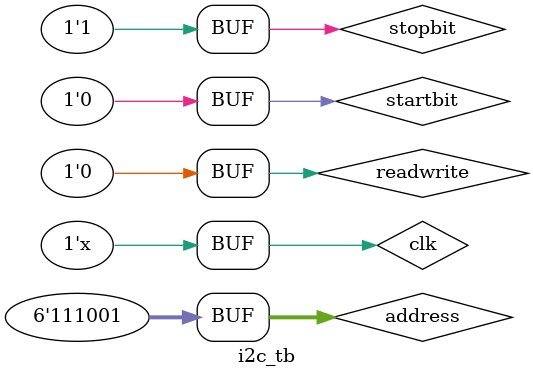
<source format=v>
`timescale 1ns / 1ps

module i2c_tb();
reg clk=1'b0,enable=1'b0,readwrite=1'b0;
wire sda;
wire sclk;
wire [8:0] readdata;


           
 reg [5:0] address = 6'b111001;
 reg [6:0] addressreg;
 reg [2:0] trigg = 2'b00;
 reg startbit= 1'b0,stopbit=1'b1,rw,ack;
 reg [15:0] count=16'd0; 
initial ack = 1'b1;
always #10 clk =~clk;
i2c_master #(10) i2c(.clk(clk),
            .enable(enable),
            .readwrite(readwrite),
            .sda(sda),.sclk(sclk),
            .readdata(readdata));
always @ (posedge sclk)begin
enable <= 1'b1;
ack <= 1'b1;
case (trigg)
2'b00 : begin   
         if (sda == startbit)
            trigg <= 2'b01;  
        end
2'b01 : begin 
         addressreg[count] <= sda; 
         //$display("%b",sda);
            if (count >= 16'd7 ) begin
                //count = count+1;
                count <= 16'd0;
                $display ("address = %b and read/write =%b ",addressreg[5:0],addressreg[6]);
                    if(addressreg[5:0] == address) begin
                        ack <= 1'b0;
                        $display("entered in ack");
                        rw <= addressreg[6];
                        //sda <= ack;
                        trigg <= 2'b10;
                    end
                    else trigg <= 2'b00;   
                
               end
            else
                count <= count+1;

        end
        
2'b10 : $display ("");
        
 endcase
end

 assign sda = (ack==0) ? 1'b0:1'bz ;
endmodule

</source>
